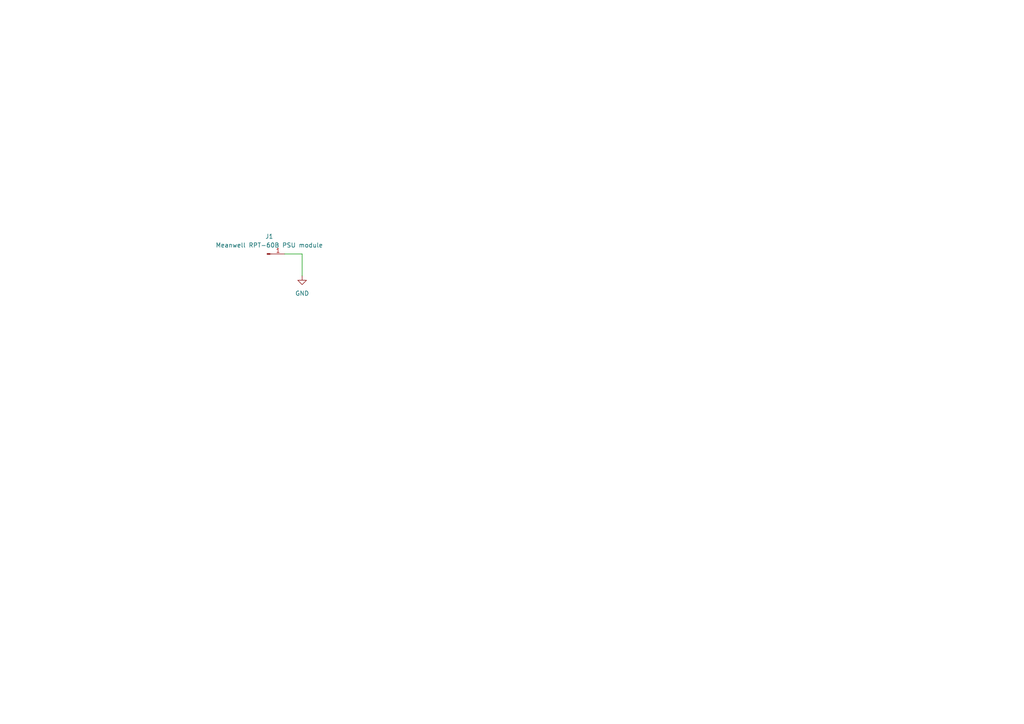
<source format=kicad_sch>
(kicad_sch (version 20231120) (generator "eeschema") (generator_version "8.0")
  (paper "A4")
  (lib_symbols
    (symbol "Connector:Conn_01x01_Pin" (pin_names (offset 1.016) hide)
      (property "Reference" "J" (at 0 2.54 0))
      (property "Value" "Conn_01x01_Pin" (at 0 -2.54 0))
      (symbol "Conn_01x01_Pin_1_1"
        (polyline (pts (xy 1.27 0) (xy 0.8636 0)) (stroke (width 0.1524)))
        (rectangle (start 0.8636 0.127) (end 0 -0.127) (stroke (width 0.1524)) (fill (type outline)))
        (pin passive line (at 5.08 0 180) (length 3.81) (name "Pin_1") (number "1"))
      )
    )
    (symbol "power:GND" (power) (pin_numbers hide) (pin_names (offset 0) hide)
      (property "Value" "GND" (at 0 -3.81 0))
      (symbol "GND_0_1"
        (polyline (pts (xy 0 0) (xy 0 -1.27) (xy 1.27 -1.27) (xy 0 -2.54) (xy -1.27 -1.27) (xy 0 -1.27)))
      )
      (symbol "GND_1_1"
        (pin power_in line (at 0 0 270) (length 0) (name "~") (number "1"))
      )
    )
  )
  (wire (pts (xy 87.63 80.01) (xy 87.63 73.66)))
  (wire (pts (xy 87.63 73.66) (xy 82.55 73.66)))
  (symbol (lib_id "Connector:Conn_01x01_Pin") (at 77.47 73.66 0) (unit 1)
    (property "Reference" "J1" (at 78.105 68.58 0))
    (property "Value" "Meanwell RPT-60B PSU module" (at 78.105 71.12 0))
    (property "Footprint" "Meanwell:RPT-60" (effects (hide yes)))
    (property "Description" "Generic connector, single row, 01x01, script generated" (effects (hide yes)))
  )
  (symbol (lib_id "power:GND") (at 87.63 80.01 0) (unit 1)
    (property "Reference" "#PWR01" (effects (hide yes)))
    (property "Value" "GND" (at 87.63 85.09 0))
    (property "Description" "Power symbol creates a global label with name \"GND\" , ground" (effects (hide yes)))
  )
)
</source>
